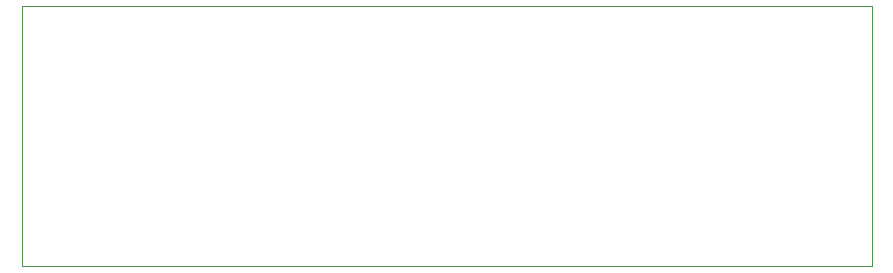
<source format=gbr>
G04 #@! TF.GenerationSoftware,KiCad,Pcbnew,(5.1.5)-3*
G04 #@! TF.CreationDate,2020-08-31T21:18:36+01:00*
G04 #@! TF.ProjectId,groveToPi,67726f76-6554-46f5-9069-2e6b69636164,1.0.1*
G04 #@! TF.SameCoordinates,Original*
G04 #@! TF.FileFunction,Profile,NP*
%FSLAX46Y46*%
G04 Gerber Fmt 4.6, Leading zero omitted, Abs format (unit mm)*
G04 Created by KiCad (PCBNEW (5.1.5)-3) date 2020-08-31 21:18:36*
%MOMM*%
%LPD*%
G04 APERTURE LIST*
%ADD10C,0.050000*%
G04 APERTURE END LIST*
D10*
X86000000Y-116000000D02*
X86000000Y-94000000D01*
X158000000Y-116000000D02*
X86000000Y-116000000D01*
X158000000Y-94000000D02*
X158000000Y-116000000D01*
X86000000Y-94000000D02*
X158000000Y-94000000D01*
M02*

</source>
